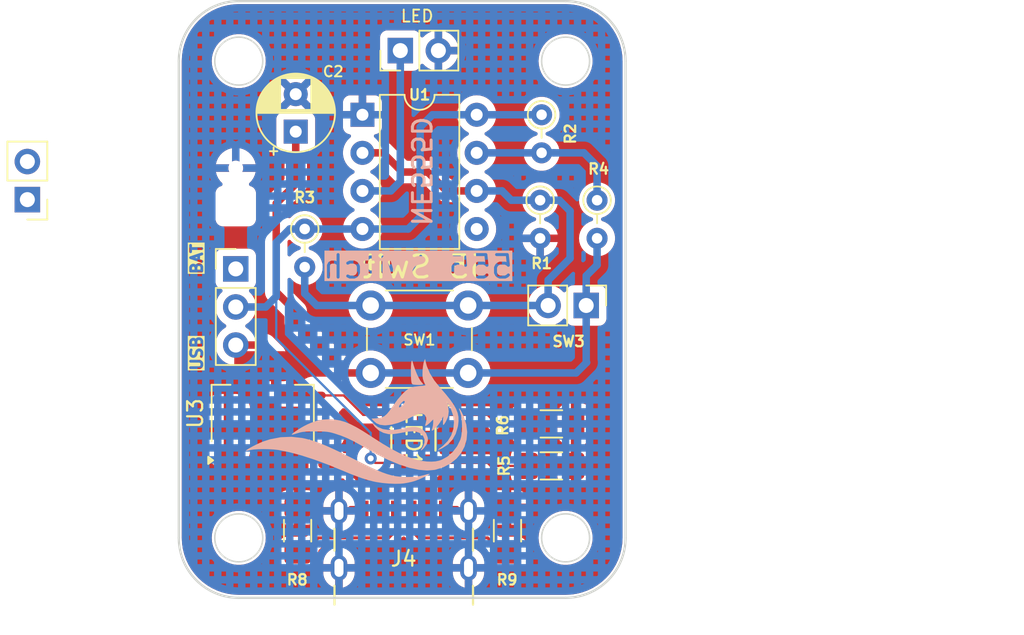
<source format=kicad_pcb>
(kicad_pcb (version 20240108) (generator "pcbnew") (generator_version "8.0")
  (layers (0 "F.Cu" signal) (31 "B.Cu" signal) (34 "B.Paste" user) (35 "F.Paste" user) (36 "B.SilkS" user "B.Silkscreen") (37 "F.SilkS" user "F.Silkscreen") (38 "B.Mask" user) (39 "F.Mask" user) (44 "Edge.Cuts" user))
  (net 0 "")
  (net 1 "Net-(C2-Pad1)")
  (net 2 "GND")
  (net 3 "Net-(U1-THR)")
  (net 4 "/VBAT")
  (net 5 "Net-(U1-DIS)")
  (net 7 "Net-(J4-CC1)")
  (net 8 "/VUSB")
  (net 9 "Net-(J3-Pin_1)")
  (net 10 "Net-(J4-CC2)")
  (net 11 "Net-(LED1-GND-Pad4)")
  (net 12 "/3V3")
  (net 13 "Net-(LED1-GND-Pad1)")
  (net 14 "VCC")
  (footprint "Capacitor_THT:CP_Radial_D5.0mm_P2.50mm" (layer "F.Cu") (at 117.4 95.105113 90)
    (property "Reference" "C2" (at 4.005113 2.5 180) (layer "F.SilkS") (effects (font (size 0.7 0.7) (thickness 0.125))))
    (property "Value" "10uF")
    (fp_line (start 1.29 -2.58) (end 1.29 2.58) (stroke (width 0.12)) (layer "F.SilkS"))
    (fp_line (start 1.25 -2.58) (end 1.25 2.58) (stroke (width 0.12)) (layer "F.SilkS"))
    (fp_line (start 1.33 -2.579) (end 1.33 2.579) (stroke (width 0.12)) (layer "F.SilkS"))
    (fp_line (start 1.37 -2.578) (end 1.37 2.578) (stroke (width 0.12)) (layer "F.SilkS"))
    (fp_line (start 1.41 -2.576) (end 1.41 2.576) (stroke (width 0.12)) (layer "F.SilkS"))
    (fp_line (start 1.45 -2.573) (end 1.45 2.573) (stroke (width 0.12)) (layer "F.SilkS"))
    (fp_line (start 1.49 -2.569) (end 1.49 -1.04) (stroke (width 0.12)) (layer "F.SilkS"))
    (fp_line (start 1.53 -2.565) (end 1.53 -1.04) (stroke (width 0.12)) (layer "F.SilkS"))
    (fp_line (start 1.57 -2.561) (end 1.57 -1.04) (stroke (width 0.12)) (layer "F.SilkS"))
    (fp_line (start 1.61 -2.556) (end 1.61 -1.04) (stroke (width 0.12)) (layer "F.SilkS"))
    (fp_line (start 1.65 -2.55) (end 1.65 -1.04) (stroke (width 0.12)) (layer "F.SilkS"))
    (fp_line (start 1.69 -2.543) (end 1.69 -1.04) (stroke (width 0.12)) (layer "F.SilkS"))
    (fp_line (start 1.73 -2.536) (end 1.73 -1.04) (stroke (width 0.12)) (layer "F.SilkS"))
    (fp_line (start 1.77 -2.528) (end 1.77 -1.04) (stroke (width 0.12)) (layer "F.SilkS"))
    (fp_line (start 1.81 -2.52) (end 1.81 -1.04) (stroke (width 0.12)) (layer "F.SilkS"))
    (fp_line (start 1.85 -2.511) (end 1.85 -1.04) (stroke (width 0.12)) (layer "F.SilkS"))
    (fp_line (start 1.89 -2.501) (end 1.89 -1.04) (stroke (width 0.12)) (layer "F.SilkS"))
    (fp_line (start 1.93 -2.491) (end 1.93 -1.04) (stroke (width 0.12)) (layer "F.SilkS"))
    (fp_line (start 1.971 -2.48) (end 1.971 -1.04) (stroke (width 0.12)) (layer "F.SilkS"))
    (fp_line (start 2.011 -2.468) (end 2.011 -1.04) (stroke (width 0.12)) (layer "F.SilkS"))
    (fp_line (start 2.051 -2.455) (end 2.051 -1.04) (stroke (width 0.12)) (layer "F.SilkS"))
    (fp_line (start 2.091 -2.442) (end 2.091 -1.04) (stroke (width 0.12)) (layer "F.SilkS"))
    (fp_line (start 2.131 -2.428) (end 2.131 -1.04) (stroke (width 0.12)) (layer "F.SilkS"))
    (fp_line (start 2.171 -2.414) (end 2.171 -1.04) (stroke (width 0.12)) (layer "F.SilkS"))
    (fp_line (start 2.211 -2.398) (end 2.211 -1.04) (stroke (width 0.12)) (layer "F.SilkS"))
    (fp_line (start 2.251 -2.382) (end 2.251 -1.04) (stroke (width 0.12)) (layer "F.SilkS"))
    (fp_line (start 2.291 -2.365) (end 2.291 -1.04) (stroke (width 0.12)) (layer "F.SilkS"))
    (fp_line (start 2.331 -2.348) (end 2.331 -1.04) (stroke (width 0.12)) (layer "F.SilkS"))
    (fp_line (start 2.371 -2.329) (end 2.371 -1.04) (stroke (width 0.12)) (layer "F.SilkS"))
    (fp_line (start 2.411 -2.31) (end 2.411 -1.04) (stroke (width 0.12)) (layer "F.SilkS"))
    (fp_line (start 2.451 -2.29) (end 2.451 -1.04) (stroke (width 0.12)) (layer "F.SilkS"))
    (fp_line (start 2.491 -2.268) (end 2.491 -1.04) (stroke (width 0.12)) (layer "F.SilkS"))
    (fp_line (start 2.531 -2.247) (end 2.531 -1.04) (stroke (width 0.12)) (layer "F.SilkS"))
    (fp_line (start 2.571 -2.224) (end 2.571 -1.04) (stroke (width 0.12)) (layer "F.SilkS"))
    (fp_line (start 2.611 -2.2) (end 2.611 -1.04) (stroke (width 0.12)) (layer "F.SilkS"))
    (fp_line (start 2.651 -2.175) (end 2.651 -1.04) (stroke (width 0.12)) (layer "F.SilkS"))
    (fp_line (start 2.691 -2.149) (end 2.691 -1.04) (stroke (width 0.12)) (layer "F.SilkS"))
    (fp_line (start 2.731 -2.122) (end 2.731 -1.04) (stroke (width 0.12)) (layer "F.SilkS"))
    (fp_line (start 2.771 -2.095) (end 2.771 -1.04) (stroke (width 0.12)) (layer "F.SilkS"))
    (fp_line (start 2.811 -2.065) (end 2.811 -1.04) (stroke (width 0.12)) (layer "F.SilkS"))
    (fp_line (start 2.851 -2.035) (end 2.851 -1.04) (stroke (width 0.12)) (layer "F.SilkS"))
    (fp_line (start 2.891 -2.004) (end 2.891 -1.04) (stroke (width 0.12)) (layer "F.SilkS"))
    (fp_line (start 2.931 -1.971) (end 2.931 -1.04) (stroke (width 0.12)) (layer "F.SilkS"))
    (fp_line (start 2.971 -1.937) (end 2.971 -1.04) (stroke (width 0.12)) (layer "F.SilkS"))
    (fp_line (start 3.011 -1.901) (end 3.011 -1.04) (stroke (width 0.12)) (layer "F.SilkS"))
    (fp_line (start 3.051 -1.864) (end 3.051 -1.04) (stroke (width 0.12)) (layer "F.SilkS"))
    (fp_line (start 3.091 -1.826) (end 3.091 -1.04) (stroke (width 0.12)) (layer "F.SilkS"))
    (fp_line (start 3.131 -1.785) (end 3.131 -1.04) (stroke (width 0.12)) (layer "F.SilkS"))
    (fp_line (start 3.171 -1.743) (end 3.171 -1.04) (stroke (width 0.12)) (layer "F.SilkS"))
    (fp_line (start -1.304775 -1.725) (end -1.304775 -1.225) (stroke (width 0.12)) (layer "F.SilkS"))
    (fp_line (start 3.211 -1.699) (end 3.211 -1.04) (stroke (width 0.12)) (layer "F.SilkS"))
    (fp_line (start 3.251 -1.653) (end 3.251 -1.04) (stroke (width 0.12)) (layer "F.SilkS"))
    (fp_line (start 3.291 -1.605) (end 3.291 -1.04) (stroke (width 0.12)) (layer "F.SilkS"))
    (fp_line (start 3.331 -1.554) (end 3.331 -1.04) (stroke (width 0.12)) (layer "F.SilkS"))
    (fp_line (start 3.371 -1.5) (end 3.371 -1.04) (stroke (width 0.12)) (layer "F.SilkS"))
    (fp_line (start -1.554775 -1.475) (end -1.054775 -1.475) (stroke (width 0.12)) (layer "F.SilkS"))
    (fp_line (start 3.411 -1.443) (end 3.411 -1.04) (stroke (width 0.12)) (layer "F.SilkS"))
    (fp_line (start 3.451 -1.383) (end 3.451 -1.04) (stroke (width 0.12)) (layer "F.SilkS"))
    (fp_line (start 3.491 -1.319) (end 3.491 -1.04) (stroke (width 0.12)) (layer "F.SilkS"))
    (fp_line (start 3.531 -1.251) (end 3.531 -1.04) (stroke (width 0.12)) (layer "F.SilkS"))
    (fp_line (start 3.571 -1.178) (end 3.571 1.178) (stroke (width 0.12)) (layer "F.SilkS"))
    (fp_line (start 3.611 -1.098) (end 3.611 1.098) (stroke (width 0.12)) (layer "F.SilkS"))
    (fp_line (start 3.651 -1.011) (end 3.651 1.011) (stroke (width 0.12)) (layer "F.SilkS"))
    (fp_line (start 3.691 -0.915) (end 3.691 0.915) (stroke (width 0.12)) (layer "F.SilkS"))
    (fp_line (start 3.731 -0.805) (end 3.731 0.805) (stroke (width 0.12)) (layer "F.SilkS"))
    (fp_line (start 3.771 -0.677) (end 3.771 0.677) (stroke (width 0.12)) (layer "F.SilkS"))
    (fp_line (start 3.811 -0.518) (end 3.811 0.518) (stroke (width 0.12)) (layer "F.SilkS"))
    (fp_line (start 3.851 -0.284) (end 3.851 0.284) (stroke (width 0.12)) (layer "F.SilkS"))
    (fp_line (start 3.531 1.04) (end 3.531 1.251) (stroke (width 0.12)) (layer "F.SilkS"))
    (fp_line (start 3.491 1.04) (end 3.491 1.319) (stroke (width 0.12)) (layer "F.SilkS"))
    (fp_line (start 3.451 1.04) (end 3.451 1.383) (stroke (width 0.12)) (layer "F.SilkS"))
    (fp_line (start 3.411 1.04) (end 3.411 1.443) (stroke (width 0.12)) (layer "F.SilkS"))
    (fp_line (start 3.371 1.04) (end 3.371 1.5) (stroke (width 0.12)) (layer "F.SilkS"))
    (fp_line (start 3.331 1.04) (end 3.331 1.554) (stroke (width 0.12)) (layer "F.SilkS"))
    (fp_line (start 3.291 1.04) (end 3.291 1.605) (stroke (width 0.12)) (layer "F.SilkS"))
    (fp_line (start 3.251 1.04) (end 3.251 1.653) (stroke (width 0.12)) (layer "F.SilkS"))
    (fp_line (start 3.211 1.04) (end 3.211 1.699) (stroke (width 0.12)) (layer "F.SilkS"))
    (fp_line (start 3.171 1.04) (end 3.171 1.743) (stroke (width 0.12)) (layer "F.SilkS"))
    (fp_line (start 3.131 1.04) (end 3.131 1.785) (stroke (width 0.12)) (layer "F.SilkS"))
    (fp_line (start 3.091 1.04) (end 3.091 1.826) (stroke (width 0.12)) (layer "F.SilkS"))
    (fp_line (start 3.051 1.04) (end 3.051 1.864) (stroke (width 0.12)) (layer "F.SilkS"))
    (fp_line (start 3.011 1.04) (end 3.011 1.901) (stroke (width 0.12)) (layer "F.SilkS"))
    (fp_line (start 2.971 1.04) (end 2.971 1.937) (stroke (width 0.12)) (layer "F.SilkS"))
    (fp_line (start 2.931 1.04) (end 2.931 1.971) (stroke (width 0.12)) (layer "F.SilkS"))
    (fp_line (start 2.891 1.04) (end 2.891 2.004) (stroke (width 0.12)) (layer "F.SilkS"))
    (fp_line (start 2.851 1.04) (end 2.851 2.035) (stroke (width 0.12)) (layer "F.SilkS"))
    (fp_line (start 2.811 1.04) (end 2.811 2.065) (stroke (width 0.12)) (layer "F.SilkS"))
    (fp_line (start 2.771 1.04) (end 2.771 2.095) (stroke (width 0.12)) (layer "F.SilkS"))
    (fp_line (start 2.731 1.04) (end 2.731 2.122) (stroke (width 0.12)) (layer "F.SilkS"))
    (fp_line (start 2.691 1.04) (end 2.691 2.149) (stroke (width 0.12)) (layer "F.SilkS"))
    (fp_line (start 2.651 1.04) (end 2.651 2.175) (stroke (width 0.12)) (layer "F.SilkS"))
    (fp_line (start 2.611 1.04) (end 2.611 2.2) (stroke (width 0.12)) (layer "F.SilkS"))
    (fp_line (start 2.571 1.04) (end 2.571 2.224) (stroke (width 0.12)) (layer "F.SilkS"))
    (fp_line (start 2.531 1.04) (end 2.531 2.247) (stroke (width 0.12)) (layer "F.SilkS"))
    (fp_line (start 2.491 1.04) (end 2.491 2.268) (stroke (width 0.12)) (layer "F.SilkS"))
    (fp_line (start 2.451 1.04) (end 2.451 2.29) (stroke (width 0.12)) (layer "F.SilkS"))
    (fp_line (start 2.411 1.04) (end 2.411 2.31) (stroke (width 0.12)) (layer "F.SilkS"))
    (fp_line (start 2.371 1.04) (end 2.371 2.329) (stroke (width 0.12)) (layer "F.SilkS"))
    (fp_line (start 2.331 1.04) (end 2.331 2.348) (stroke (width 0.12)) (layer "F.SilkS"))
    (fp_line (start 2.291 1.04) (end 2.291 2.365) (stroke (width 0.12)) (layer "F.SilkS"))
    (fp_line (start 2.251 1.04) (end 2.251 2.382) (stroke (width 0.12)) (layer "F.SilkS"))
    (fp_line (start 2.211 1.04) (end 2.211 2.398) (stroke (width 0.12)) (layer "F.SilkS"))
    (fp_line (start 2.171 1.04) (end 2.171 2.414) (stroke (width 0.12)) (layer "F.SilkS"))
    (fp_line (start 2.131 1.04) (end 2.131 2.428) (stroke (width 0.12)) (layer "F.SilkS"))
    (fp_line (start 2.091 1.04) (end 2.091 2.442) (stroke (width 0.12)) (layer "F.SilkS"))
    (fp_line (start 2.051 1.04) (end 2.051 2.455) (stroke (width 0.12)) (layer "F.SilkS"))
    (fp_line (start 2.011 1.04) (end 2.011 2.468) (stroke (width 0.12)) (layer "F.SilkS"))
    (fp_line (start 1.971 1.04) (end 1.971 2.48) (stroke (width 0.12)) (layer "F.SilkS"))
    (fp_line (start 1.93 1.04) (end 1.93 2.491) (stroke (width 0.12)) (layer "F.SilkS"))
    (fp_line (start 1.89 1.04) (end 1.89 2.501) (stroke (width 0.12)) (layer "F.SilkS"))
    (fp_line (start 1.85 1.04) (end 1.85 2.511) (stroke (width 0.12)) (layer "F.SilkS"))
    (fp_line (start 1.81 1.04) (end 1.81 2.52) (stroke (width 0.12)) (layer "F.SilkS"))
    (fp_line (start 1.77 1.04) (end 1.77 2.528) (stroke (width 0.12)) (layer "F.SilkS"))
    (fp_line (start 1.73 1.04) (end 1.73 2.536) (stroke (width 0.12)) (layer "F.SilkS"))
    (fp_line (start 1.69 1.04) (end 1.69 2.543) (stroke (width 0.12)) (layer "F.SilkS"))
    (fp_line (start 1.65 1.04) (end 1.65 2.55) (stroke (width 0.12)) (layer "F.SilkS"))
    (fp_line (start 1.61 1.04) (end 1.61 2.556) (stroke (width 0.12)) (layer "F.SilkS"))
    (fp_line (start 1.57 1.04) (end 1.57 2.561) (stroke (width 0.12)) (layer "F.SilkS"))
    (fp_line (start 1.53 1.04) (end 1.53 2.565) (stroke (width 0.12)) (layer "F.SilkS"))
    (fp_line (start 1.49 1.04) (end 1.49 2.569) (stroke (width 0.12)) (layer "F.SilkS"))
    (fp_circle (center 1.25 0) (end 3.87 0) (stroke (width 0.12)) (fill none) (layer "F.SilkS"))
    (pad "1" thru_hole rect (at 0 0 90) (size 1.6 1.6) (drill 0.8) (layers "*.Cu" "*.Mask") (net 1 "Net-(C2-Pad1)"))
    (pad "2" thru_hole circle (at 2.5 0 90) (size 1.6 1.6) (drill 0.8) (layers "*.Cu" "*.Mask") (net 2 "GND"))
  )
  (footprint "Package_DIP:DIP-8_W7.62mm" (layer "F.Cu") (at 121.85 93.98)
    (property "Reference" "U1" (at 3.81 -1.33 0) (layer "F.SilkS") (effects (font (size 0.7 0.7))))
    (property "Value" "NE555D")
    (fp_line (start 1.16 -1.33) (end 1.16 8.95) (stroke (width 0.12)) (layer "F.SilkS"))
    (fp_line (start 1.16 8.95) (end 6.46 8.95) (stroke (width 0.12)) (layer "F.SilkS"))
    (fp_line (start 2.81 -1.33) (end 1.16 -1.33) (stroke (width 0.12)) (layer "F.SilkS"))
    (fp_line (start 6.46 -1.33) (end 4.81 -1.33) (stroke (width 0.12)) (layer "F.SilkS"))
    (fp_line (start 6.46 8.95) (end 6.46 -1.33) (stroke (width 0.12)) (layer "F.SilkS"))
    (fp_arc (start 4.81 -1.33) (mid 3.81 -0.33) (end 2.81 -1.33) (stroke (width 0.12)) (layer "F.SilkS"))
    (pad "1" thru_hole rect (at 0 0) (size 1.6 1.6) (drill 0.8) (layers "*.Cu" "*.Mask") (net 2 "GND"))
    (pad "2" thru_hole oval (at 0 2.54) (size 1.6 1.6) (drill 0.8) (layers "*.Cu" "*.Mask") (net 3 "Net-(U1-THR)"))
    (pad "3" thru_hole oval (at 0 5.08) (size 1.6 1.6) (drill 0.8) (layers "*.Cu" "*.Mask") (net 9 "Net-(J3-Pin_1)"))
    (pad "4" thru_hole oval (at 0 7.62) (size 1.6 1.6) (drill 0.8) (layers "*.Cu" "*.Mask") (net 14 "VCC"))
    (pad "5" thru_hole oval (at 7.62 7.62) (size 1.6 1.6) (drill 0.8) (layers "*.Cu" "*.Mask"))
    (pad "6" thru_hole oval (at 7.62 5.08) (size 1.6 1.6) (drill 0.8) (layers "*.Cu" "*.Mask") (net 3 "Net-(U1-THR)"))
    (pad "7" thru_hole oval (at 7.62 2.54) (size 1.6 1.6) (drill 0.8) (layers "*.Cu" "*.Mask") (net 5 "Net-(U1-DIS)"))
    (pad "8" thru_hole oval (at 7.62 0) (size 1.6 1.6) (drill 0.8) (layers "*.Cu" "*.Mask") (net 14 "VCC"))
  )
  (footprint "Resistor_THT:R_Axial_DIN0204_L3.6mm_D1.6mm_P2.54mm_Vertical" (layer "F.Cu") (at 137.5 99.68 -90)
    (property "Reference" "R4" (at -2.08 -0.1 0) (layer "F.SilkS") (effects (font (size 0.7 0.7))))
    (property "Value" "10k")
    (fp_line (start 0.92 0) (end 1.54 0) (stroke (width 0.12)) (layer "F.SilkS"))
    (fp_circle (center 0 0) (end 0.92 0) (stroke (width 0.12)) (fill none) (layer "F.SilkS"))
    (pad "1" thru_hole circle (at 0 0 270) (size 1.4 1.4) (drill 0.7) (layers "*.Cu" "*.Mask") (net 5 "Net-(U1-DIS)"))
    (pad "2" thru_hole oval (at 2.54 0 270) (size 1.4 1.4) (drill 0.7) (layers "*.Cu" "*.Mask") (net 1 "Net-(C2-Pad1)"))
  )
  (footprint "Resistor_SMD:R_1206_3216Metric_Pad1.30x1.75mm_HandSolder" (layer "F.Cu") (at 134.45 117.4)
    (property "Reference" "R5" (at -3.15 0 90) (layer "F.SilkS") (effects (font (size 0.7 0.7))))
    (property "Value" "5k1")
    (fp_line (start -0.727064 -0.91) (end 0.727064 -0.91) (stroke (width 0.12)) (layer "F.SilkS"))
    (fp_line (start -0.727064 0.91) (end 0.727064 0.91) (stroke (width 0.12)) (layer "F.SilkS"))
    (pad "1" smd roundrect (at -1.55 0) (size 1.3 1.75) (layers "F.Cu" "F.Paste" "F.Mask") (roundrect_rratio 0.192308) (net 11 "Net-(LED1-GND-Pad4)"))
    (pad "2" smd roundrect (at 1.55 0) (size 1.3 1.75) (layers "F.Cu" "F.Paste" "F.Mask") (roundrect_rratio 0.192308) (net 2 "GND"))
  )
  (footprint "Connector_PinHeader_2.54mm:PinHeader_1x02_P2.54mm_Vertical" (layer "F.Cu") (at 99.5 99.64 180)
    (property "Reference" "J1" (hide yes))
    (property "Value" "3V3")
    (fp_line (start 1.33 1.27) (end 1.33 3.87) (stroke (width 0.12)) (layer "F.SilkS"))
    (fp_line (start -1.33 3.87) (end 1.33 3.87) (stroke (width 0.12)) (layer "F.SilkS"))
    (fp_line (start -1.33 1.27) (end 1.33 1.27) (stroke (width 0.12)) (layer "F.SilkS"))
    (fp_line (start -1.33 1.27) (end -1.33 3.87) (stroke (width 0.12)) (layer "F.SilkS"))
    (fp_line (start -1.33 0) (end -1.33 -1.33) (stroke (width 0.12)) (layer "F.SilkS"))
    (fp_line (start -1.33 -1.33) (end 0 -1.33) (stroke (width 0.12)) (layer "F.SilkS"))
    (pad "1" thru_hole rect (at 0 0 180) (size 1.7 1.7) (drill 1) (layers "*.Cu" "*.Mask") (net 4 "/VBAT"))
    (pad "2" thru_hole oval (at 0 2.54 180) (size 1.7 1.7) (drill 1) (layers "*.Cu" "*.Mask") (net 2 "GND"))
  )
  (footprint "Alexander Footprint Library:USB-C MOLEX 2171750001" (layer "F.Cu") (at 124.605 126.8)
    (property "Reference" "J4" (at -0.005 -3.2 0) (layer "F.SilkS"))
    (property "Value" "USB-C_Receptacle_PowerOnly_6P_MOLEX-2171750001")
    (fp_line (start -4.62 -3.75) (end -4.62 -5.2) (stroke (width 0.15)) (layer "F.SilkS"))
    (fp_line (start -4.62 -0.15) (end -4.62 -1.4) (stroke (width 0.15)) (layer "F.SilkS"))
    (fp_line (start 4.62 -3.75) (end 4.62 -5.2) (stroke (width 0.15)) (layer "F.SilkS"))
    (fp_line (start 4.62 -0.15) (end 4.62 -1.4) (stroke (width 0.15)) (layer "F.SilkS"))
    (pad "A5" smd rect (at -0.5 -6.48) (size 0.7 1.2) (layers "F.Cu" "F.Paste") (net 7 "Net-(J4-CC1)"))
    (pad "A9" smd rect (at 1.52 -6.48) (size 0.76 1.2) (layers "F.Cu" "F.Paste") (net 8 "/VUSB"))
    (pad "A12" smd rect (at 2.75 -6.48) (size 0.8 1.2) (layers "F.Cu" "F.Paste") (net 2 "GND"))
    (pad "B5" smd rect (at 0.5 -6.48) (size 0.7 1.2) (layers "F.Cu" "F.Paste") (net 10 "Net-(J4-CC2)"))
    (pad "B9" smd rect (at -1.52 -6.48) (size 0.76 1.2) (layers "F.Cu" "F.Paste") (net 8 "/VUSB"))
    (pad "B12" smd rect (at -2.75 -6.48) (size 0.8 1.2) (layers "F.Cu" "F.Paste") (net 2 "GND"))
    (pad "S1" thru_hole oval (at -4.32 -2.6) (size 1.1 1.7) (drill oval 0.6 1.2) (layers "*.Cu" "*.Mask") (net 2 "GND"))
    (pad "S2" thru_hole oval (at 4.32 -2.6) (size 1.1 1.7) (drill oval 0.6 1.2) (layers "*.Cu" "*.Mask") (net 2 "GND"))
    (pad "S3" thru_hole oval (at -4.32 -6.4) (size 1.1 1.7) (drill oval 0.6 1.2) (layers "*.Cu" "*.Mask") (net 2 "GND"))
    (pad "S4" thru_hole oval (at 4.32 -6.4) (size 1.1 1.7) (drill oval 0.6 1.2) (layers "*.Cu" "*.Mask") (net 2 "GND"))
  )
  (footprint "Alexander Footprint Library:B1552_HVK-M" (layer "F.Cu") (at 125.249999 115.6002 -90)
    (property "Reference" "LED1" (at 0 0 -90) (layer "F.SilkS"))
    (property "Value" "LED-RED-GREEN-B1552USUG20D")
    (fp_line (start -0.777373 1.4732) (end 0.777373 1.4732) (stroke (width 0.1524)) (layer "F.SilkS"))
    (fp_line (start -0.777373 -1.4732) (end 0.777373 -1.4732) (stroke (width 0.1524)) (layer "F.SilkS"))
    (fp_text user "*" (at -2.2352 -1.8041 -90) (layer "F.SilkS"))
    (fp_text user "*" (at -2.2352 -1.8041 90) (layer "F.SilkS"))
    (pad "1" smd rect (at -1.6002 -0.750001 270) (size 1.1176 1.0414) (layers "F.Cu" "F.Paste" "F.Mask") (net 13 "Net-(LED1-GND-Pad1)"))
    (pad "2" smd rect (at -1.6002 0.750001 270) (size 1.1176 1.0414) (layers "F.Cu" "F.Paste" "F.Mask") (net 12 "/3V3"))
    (pad "3" smd rect (at 1.6002 0.750001 270) (size 1.1176 1.0414) (layers "F.Cu" "F.Paste" "F.Mask") (net 14 "VCC"))
    (pad "4" smd rect (at 1.6002 -0.750001 270) (size 1.1176 1.0414) (layers "F.Cu" "F.Paste" "F.Mask") (net 11 "Net-(LED1-GND-Pad4)"))
  )
  (footprint "Alexander Footprint Library:AMS1117 SOT-223" (layer "F.Cu") (at 115.2 113.9 90)
    (property "Reference" "U3" (at 0 -4.5 90) (layer "F.SilkS"))
    (property "Value" "AMS1117-3V3")
    (fp_line (start 1.91 -3.41) (end 1.91 -2.15) (stroke (width 0.12)) (layer "F.SilkS"))
    (fp_line (start -1.85 -3.41) (end 1.91 -3.41) (stroke (width 0.12)) (layer "F.SilkS"))
    (fp_line (start 1.91 3.41) (end 1.91 2.15) (stroke (width 0.12)) (layer "F.SilkS"))
    (fp_line (start -1.85 3.41) (end 1.91 3.41) (stroke (width 0.12)) (layer "F.SilkS"))
    (fp_poly (pts (xy -3.13 -3.31) (xy -3.37 -3.64) (xy -2.89 -3.64) (xy -3.13 -3.31)) (stroke (width 0.12)) (fill solid) (layer "F.SilkS"))
    (pad "1" smd roundrect (at -3.15 -2.3 90) (size 2 1.5) (layers "F.Cu" "F.Paste" "F.Mask") (net 2 "GND"))
    (pad "2" smd roundrect (at -3.15 0 90) (size 2 1.5) (layers "F.Cu" "F.Paste" "F.Mask") (net 12 "/3V3"))
    (pad "3" smd roundrect (at -3.15 2.3 90) (size 2 1.5) (layers "F.Cu" "F.Paste" "F.Mask") (net 8 "/VUSB"))
    (pad "4" smd roundrect (at 3.15 0 90) (size 2 3.8) (layers "F.Cu" "F.Paste" "F.Mask"))
  )
  (footprint "Resistor_SMD:R_1206_3216Metric_Pad1.30x1.75mm_HandSolder" (layer "F.Cu") (at 117.525 121.72 -90)
    (property "Reference" "R8" (at 3.28 0.025 0) (layer "F.SilkS") (effects (font (size 0.7 0.7))))
    (property "Value" "5K7")
    (fp_line (start -0.727064 0.91) (end 0.727064 0.91) (stroke (width 0.12)) (layer "F.SilkS"))
    (fp_line (start -0.727064 -0.91) (end 0.727064 -0.91) (stroke (width 0.12)) (layer "F.SilkS"))
    (pad "1" smd roundrect (at -1.55 0 270) (size 1.3 1.75) (layers "F.Cu" "F.Paste" "F.Mask") (roundrect_rratio 0.192308) (net 2 "GND"))
    (pad "2" smd roundrect (at 1.55 0 270) (size 1.3 1.75) (layers "F.Cu" "F.Paste" "F.Mask") (roundrect_rratio 0.192308) (net 7 "Net-(J4-CC1)"))
  )
  (footprint "Connector_PinHeader_2.54mm:PinHeader_1x03_P2.54mm_Vertical" (layer "F.Cu") (at 113.4 104.26)
    (property "Reference" "SW2" (hide yes))
    (property "Value" "SW_SPDT")
    (fp_line (start -1.33 -1.33) (end 0 -1.33) (stroke (width 0.12)) (layer "F.SilkS"))
    (fp_line (start -1.33 0) (end -1.33 -1.33) (stroke (width 0.12)) (layer "F.SilkS"))
    (fp_line (start -1.33 1.27) (end -1.33 6.41) (stroke (width 0.12)) (layer "F.SilkS"))
    (fp_line (start -1.33 1.27) (end 1.33 1.27) (stroke (width 0.12)) (layer "F.SilkS"))
    (fp_line (start -1.33 6.41) (end 1.33 6.41) (stroke (width 0.12)) (layer "F.SilkS"))
    (fp_line (start 1.33 1.27) (end 1.33 6.41) (stroke (width 0.12)) (layer "F.SilkS"))
    (pad "1" thru_hole rect (at 0 0) (size 1.7 1.7) (drill 1) (layers "*.Cu" "*.Mask") (net 4 "/VBAT"))
    (pad "2" thru_hole oval (at 0 2.54) (size 1.7 1.7) (drill 1) (layers "*.Cu" "*.Mask") (net 14 "VCC"))
    (pad "3" thru_hole oval (at 0 5.08) (size 1.7 1.7) (drill 1) (layers "*.Cu" "*.Mask") (net 12 "/3V3"))
  )
  (footprint "Resistor_SMD:R_1206_3216Metric_Pad1.30x1.75mm_HandSolder" (layer "F.Cu") (at 134.45 114.6)
    (property "Reference" "R6" (at -3.25 0.1 90) (layer "F.SilkS") (effects (font (size 0.7 0.7))))
    (property "Value" "5k1")
    (fp_line (start -0.727064 -0.91) (end 0.727064 -0.91) (stroke (width 0.12)) (layer "F.SilkS"))
    (fp_line (start -0.727064 0.91) (end 0.727064 0.91) (stroke (width 0.12)) (layer "F.SilkS"))
    (pad "1" smd roundrect (at -1.55 0) (size 1.3 1.75) (layers "F.Cu" "F.Paste" "F.Mask") (roundrect_rratio 0.192308) (net 13 "Net-(LED1-GND-Pad1)"))
    (pad "2" smd roundrect (at 1.55 0) (size 1.3 1.75) (layers "F.Cu" "F.Paste" "F.Mask") (roundrect_rratio 0.192308) (net 2 "GND"))
  )
  (footprint "Resistor_SMD:R_1206_3216Metric_Pad1.30x1.75mm_HandSolder" (layer "F.Cu") (at 131.525 121.72 -90)
    (property "Reference" "R9" (at 3.28 0.025 0) (layer "F.SilkS") (effects (font (size 0.7 0.7))))
    (property "Value" "5K7")
    (fp_line (start -0.727064 0.91) (end 0.727064 0.91) (stroke (width 0.12)) (layer "F.SilkS"))
    (fp_line (start -0.727064 -0.91) (end 0.727064 -0.91) (stroke (width 0.12)) (layer "F.SilkS"))
    (pad "1" smd roundrect (at -1.55 0 270) (size 1.3 1.75) (layers "F.Cu" "F.Paste" "F.Mask") (roundrect_rratio 0.192308) (net 2 "GND"))
    (pad "2" smd roundrect (at 1.55 0 270) (size 1.3 1.75) (layers "F.Cu" "F.Paste" "F.Mask") (roundrect_rratio 0.192308) (net 10 "Net-(J4-CC2)"))
  )
  (footprint "Resistor_THT:R_Axial_DIN0204_L3.6mm_D1.6mm_P2.54mm_Vertical" (layer "F.Cu") (at 133.7 99.68 -90)
    (property "Reference" "R1" (at 4.22 -0.1 0) (layer "F.SilkS") (effects (font (size 0.7 0.7))))
    (property "Value" "10k")
    (fp_line (start 0.92 0) (end 1.54 0) (stroke (width 0.12)) (layer "F.SilkS"))
    (fp_circle (center 0 0) (end 0.92 0) (stroke (width 0.12)) (fill none) (layer "F.SilkS"))
    (pad "1" thru_hole circle (at 0 0 270) (size 1.4 1.4) (drill 0.7) (layers "*.Cu" "*.Mask") (net 3 "Net-(U1-THR)"))
    (pad "2" thru_hole oval (at 2.54 0 270) (size 1.4 1.4) (drill 0.7) (layers "*.Cu" "*.Mask") (net 2 "GND"))
  )
  (footprint "Resistor_THT:R_Axial_DIN0204_L3.6mm_D1.6mm_P2.54mm_Vertical" (layer "F.Cu") (at 133.8 93.98 -90)
    (property "Reference" "R2" (at 1.27 -1.92 90) (layer "F.SilkS") (effects (font (size 0.7 0.7))))
    (property "Value" "10k")
    (fp_line (start 0.92 0) (end 1.54 0) (stroke (width 0.12)) (layer "F.SilkS"))
    (fp_circle (center 0 0) (end 0.92 0) (stroke (width 0.12)) (fill none) (layer "F.SilkS"))
    (pad "1" thru_hole circle (at 0 0 270) (size 1.4 1.4) (drill 0.7) (layers "*.Cu" "*.Mask") (net 14 "VCC"))
    (pad "2" thru_hole oval (at 2.54 0 270) (size 1.4 1.4) (drill 0.7) (layers "*.Cu" "*.Mask") (net 5 "Net-(U1-DIS)"))
  )
  (footprint "Connector_PinHeader_2.54mm:PinHeader_1x02_P2.54mm_Vertical" (layer "F.Cu") (at 124.375 89.7 90)
    (property "Reference" "J3" (hide yes))
    (property "Value" "OUT")
    (fp_line (start -1.33 -1.33) (end 0 -1.33) (stroke (width 0.12)) (layer "F.SilkS"))
    (fp_line (start -1.33 0) (end -1.33 -1.33) (stroke (width 0.12)) (layer "F.SilkS"))
    (fp_line (start 1.33 1.27) (end 1.33 3.87) (stroke (width 0.12)) (layer "F.SilkS"))
    (fp_line (start -1.33 1.27) (end 1.33 1.27) (stroke (width 0.12)) (layer "F.SilkS"))
    (fp_line (start -1.33 1.27) (end -1.33 3.87) (stroke (width 0.12)) (layer "F.SilkS"))
    (fp_line (start -1.33 3.87) (end 1.33 3.87) (stroke (width 0.12)) (layer "F.SilkS"))
    (pad "1" thru_hole rect (at 0 0 90) (size 1.7 1.7) (drill 1) (layers "*.Cu" "*.Mask") (net 9 "Net-(J3-Pin_1)"))
    (pad "2" thru_hole oval (at 0 2.54 90) (size 1.7 1.7) (drill 1) (layers "*.Cu" "*.Mask") (net 2 "GND"))
  )
  (footprint "Connector_PinHeader_2.54mm:PinHeader_1x02_P2.54mm_Vertical" (layer "F.Cu") (at 136.775 106.7 -90)
    (property "Reference" "SW3" (at 2.4 1.175 0) (layer "F.SilkS") (effects (font (size 0.7 0.7))))
    (property "Value" "SW_Reed")
    (fp_line (start -1.33 3.87) (end 1.33 3.87) (stroke (width 0.12)) (layer "F.SilkS"))
    (fp_line (start -1.33 1.27) (end -1.33 3.87) (stroke (width 0.12)) (layer "F.SilkS"))
    (fp_line (start -1.33 1.27) (end 1.33 1.27) (stroke (width 0.12)) (layer "F.SilkS"))
    (fp_line (start 1.33 1.27) (end 1.33 3.87) (stroke (width 0.12)) (layer "F.SilkS"))
    (fp_line (start -1.33 0) (end -1.33 -1.33) (stroke (width 0.12)) (layer "F.SilkS"))
    (fp_line (start -1.33 -1.33) (end 0 -1.33) (stroke (width 0.12)) (layer "F.SilkS"))
    (pad "1" thru_hole rect (at 0 0 270) (size 1.7 1.7) (drill 1) (layers "*.Cu" "*.Mask") (net 1 "Net-(C2-Pad1)"))
    (pad "2" thru_hole oval (at 0 2.54 270) (size 1.7 1.7) (drill 1) (layers "*.Cu" "*.Mask") (net 3 "Net-(U1-THR)"))
  )
  (footprint "Resistor_THT:R_Axial_DIN0204_L3.6mm_D1.6mm_P2.54mm_Vertical" (layer "F.Cu") (at 118 101.6 -90)
    (property "Reference" "R3" (at -2.1 0 0) (layer "F.SilkS") (effects (font (size 0.7 0.7))))
    (property "Value" "10k")
    (fp_line (start 0.92 0) (end 1.54 0) (stroke (width 0.12)) (layer "F.SilkS"))
    (fp_circle (center 0 0) (end 0.92 0) (stroke (width 0.12)) (fill none) (layer "F.SilkS"))
    (pad "1" thru_hole circle (at 0 0 270) (size 1.4 1.4) (drill 0.7) (layers "*.Cu" "*.Mask") (net 14 "VCC"))
    (pad "2" thru_hole oval (at 2.54 0 270) (size 1.4 1.4) (drill 0.7) (layers "*.Cu" "*.Mask") (net 3 "Net-(U1-THR)"))
  )
  (footprint "Button_Switch_THT:SW_PUSH_6mm" (layer "F.Cu") (at 122.4 106.7)
    (property "Reference" "SW1" (at 3.25 2.3 0) (layer "F.SilkS") (effects (font (size 0.7 0.7) (thickness 0.125))))
    (property "Value" "SW_Push")
    (fp_line (start -0.25 1.5) (end -0.25 3) (stroke (width 0.12)) (layer "F.SilkS"))
    (fp_line (start 1 5.5) (end 5.5 5.5) (stroke (width 0.12)) (layer "F.SilkS"))
    (fp_line (start 5.5 -1) (end 1 -1) (stroke (width 0.12)) (layer "F.SilkS"))
    (fp_line (start 6.75 3) (end 6.75 1.5) (stroke (width 0.12)) (layer "F.SilkS"))
    (pad "1" thru_hole circle (at 0 0 90) (size 2 2) (drill 1.1) (layers "*.Cu" "*.Mask") (net 3 "Net-(U1-THR)"))
    (pad "1" thru_hole circle (at 6.5 0 90) (size 2 2) (drill 1.1) (layers "*.Cu" "*.Mask") (net 3 "Net-(U1-THR)"))
    (pad "2" thru_hole circle (at 0 4.5 90) (size 2 2) (drill 1.1) (layers "*.Cu" "*.Mask") (net 1 "Net-(C2-Pad1)"))
    (pad "2" thru_hole circle (at 6.5 4.5 90) (size 2 2) (drill 1.1) (layers "*.Cu" "*.Mask") (net 1 "Net-(C2-Pad1)"))
  )
  (footprint "LOGO" (layer "B.Cu") (at 121.4 114.4 180)
    (property "Reference" "G***" (hide yes))
    (property "Value" "LOGO" (hide yes))
    (fp_poly (pts (xy -5.335668 -1.973085) (xy -5.363457 -2.000875) (xy -5.391247 -1.973085) (xy -5.363457 -1.945295)) (fill solid) (layer "B.SilkS"))
    (fp_poly (pts (xy -3.72712 3.989192) (xy -3.720697 3.973961) (xy -3.701102 3.866879) (xy -3.687804 3.678866) (xy -3.680882 3.439975) (xy -3.680421 3.180261) (xy -3.686502 2.929778) (xy -3.699208 2.718581) (xy -3.716893 2.584464) (xy -3.741095 2.495828) (xy -3.784399 2.444513) (xy -3.873902 2.418422) (xy -4.036701 2.405456) (xy -4.127166 2.40129) (xy -4.314775 2.400001) (xy -4.449213 2.412314) (xy -4.501944 2.435572) (xy -4.501969 2.436169) (xy -4.463752 2.510156) (xy -4.414064 2.560438) (xy -4.317104 2.679269) (xy -4.202066 2.879038) (xy -4.080896 3.133656) (xy -3.965538 3.417032) (xy -3.867936 3.703076) (xy -3.83055 3.835011) (xy -3.788365 3.978468) (xy -3.75726 4.025597)) (fill solid) (layer "B.SilkS"))
    (fp_poly (pts (xy -1.16813 -0.243105) (xy -1.254216 -0.368794) (xy -1.28983 -0.413219) (xy -1.537879 -0.635483) (xy -1.849965 -0.79747) (xy -2.187325 -0.881187) (xy -2.314341 -0.888735) (xy -2.497037 -0.877155) (xy -2.746282 -0.845689) (xy -3.020446 -0.800025) (xy -3.14804 -0.774864) (xy -3.516275 -0.710602) (xy -3.805925 -0.692046) (xy -4.04028 -0.720434) (xy -4.242632 -0.797) (xy -4.312229 -0.836658) (xy -4.497239 -1.008267) (xy -4.588805 -1.225532) (xy -4.584459 -1.470239) (xy -4.481739 -1.724177) (xy -4.44078 -1.786433) (xy -4.359302 -1.917364) (xy -4.351943 -1.969709) (xy -4.412174 -1.941384) (xy -4.533468 -1.830304) (xy -4.544045 -1.819408) (xy -4.734665 -1.563229) (xy -4.815304 -1.302684) (xy -4.806573 -1.114052) (xy -4.700145 -0.833593) (xy -4.503297 -0.610752) (xy -4.312939 -0.494963) (xy -4.14564 -0.432054) (xy -3.973801 -0.400998) (xy -3.772034 -0.401933) (xy -3.514951 -0.434994) (xy -3.177163 -0.500319) (xy -3.173511 -0.501089) (xy -2.63863 -0.587136) (xy -2.183217 -0.60137) (xy -1.801259 -0.543037) (xy -1.486742 -0.411382) (xy -1.292451 -0.264967) (xy -1.187436 -0.180532) (xy -1.145933 -0.176798)) (fill solid) (layer "B.SilkS"))
    (fp_poly (pts (xy 5.006815 -1.088445) (xy 5.716318 -1.225058) (xy 6.200827 -1.383806) (xy 6.403664 -1.468934) (xy 6.626548 -1.573239) (xy 6.848558 -1.685444) (xy 7.048775 -1.794268) (xy 7.20628 -1.888432) (xy 7.300154 -1.956656) (xy 7.315527 -1.984838) (xy 7.254956 -1.98449) (xy 7.122033 -1.961789) (xy 7.024333 -1.940189) (xy 6.806471 -1.906915) (xy 6.509925 -1.886858) (xy 6.16638 -1.879979) (xy 5.807519 -1.886237) (xy 5.465025 -1.905592) (xy 5.170583 -1.938004) (xy 5.141138 -1.942582) (xy 4.426362 -2.086382) (xy 3.63366 -2.298797) (xy 2.770609 -2.57741) (xy 1.844784 -2.919804) (xy 1.010836 -3.260583) (xy 0.441355 -3.497514) (xy -0.046623 -3.688235) (xy -0.469864 -3.838501) (xy -0.845133 -3.954062) (xy -1.189195 -4.040673) (xy -1.371928 -4.078191) (xy -1.768371 -4.138227) (xy -2.195636 -4.177783) (xy -2.616347 -4.195041) (xy -2.993123 -4.188182) (xy -3.212913 -4.167752) (xy -3.467108 -4.123955) (xy -3.736305 -4.064944) (xy -3.876552 -4.027934) (xy -4.038283 -3.972815) (xy -4.23561 -3.893936) (xy -4.4451 -3.802307) (xy -4.643316 -3.708932) (xy -4.806823 -3.624819) (xy -4.912187 -3.560974) (xy -4.93761 -3.529586) (xy -4.878362 -3.533932) (xy -4.740991 -3.564298) (xy -4.553715 -3.61434) (xy -4.52896 -3.621444) (xy -4.263761 -3.683348) (xy -3.968882 -3.720103) (xy -3.608736 -3.735703) (xy -3.501532 -3.73678) (xy -3.19922 -3.733182) (xy -2.919835 -3.716451) (xy -2.650591 -3.682285) (xy -2.378702 -3.626385) (xy -2.091382 -3.544451) (xy -1.775843 -3.432183) (xy -1.419301 -3.28528) (xy -1.008967 -3.099444) (xy -0.532057 -2.870373) (xy 0.024217 -2.593769) (xy 0.277899 -2.465774) (xy 0.908788 -2.151193) (xy 1.457458 -1.888515) (xy 1.937016 -1.672463) (xy 2.360572 -1.497764) (xy 2.741233 -1.359144) (xy 3.092107 -1.251328) (xy 3.426303 -1.169041) (xy 3.575896 -1.138716) (xy 4.289098 -1.059268)) (fill solid) (layer "B.SilkS"))
    (fp_poly (pts (xy -6.905998 0.758162) (xy -6.962759 0.600951) (xy -7.033118 0.344256) (xy -7.076378 0.016472) (xy -7.092183 -0.34585) (xy -7.080174 -0.706159) (xy -7.039992 -1.027906) (xy -6.980883 -1.250547) (xy -6.763375 -1.690507) (xy -6.474123 -2.069435) (xy -6.127243 -2.373404) (xy -5.73685 -2.588488) (xy -5.563615 -2.648878) (xy -5.327801 -2.699081) (xy -5.056923 -2.71721) (xy -4.755393 -2.708697) (xy -4.35446 -2.660239) (xy -3.927847 -2.556931) (xy -3.466953 -2.394884) (xy -2.963179 -2.17021) (xy -2.407923 -1.879024) (xy -1.792584 -1.517437) (xy -1.108562 -1.081562) (xy -1.0071 -1.01457) (xy -0.492206 -0.683257) (xy -0.044687 -0.419341) (xy 0.351284 -0.216499) (xy 0.71153 -0.068411) (xy 1.051879 0.031245) (xy 1.388155 0.088791) (xy 1.736184 0.110546) (xy 1.811196 0.11116) (xy 2.209545 0.08793) (xy 2.587906 0.011875) (xy 2.985773 -0.126555) (xy 3.220465 -0.229596) (xy 3.426096 -0.333288) (xy 3.645126 -0.457079) (xy 3.857915 -0.588021) (xy 4.044822 -0.71317) (xy 4.186205 -0.819577) (xy 4.262422 -0.894296) (xy 4.267621 -0.919833) (xy 4.208774 -0.913924) (xy 4.073957 -0.878799) (xy 3.892101 -0.822016) (xy 3.888205 -0.820718) (xy 3.725225 -0.77192) (xy 3.56218 -0.738179) (xy 3.373334 -0.71692) (xy 3.132947 -0.705567) (xy 2.815283 -0.701544) (xy 2.695624 -0.701384) (xy 2.35618 -0.703448) (xy 2.098843 -0.711561) (xy 1.894597 -0.729039) (xy 1.714421 -0.7592) (xy 1.529299 -0.805361) (xy 1.367243 -0.853246) (xy 0.950955 -0.993823) (xy 0.547075 -1.159732) (xy 0.126735 -1.364384) (xy -0.338935 -1.621188) (xy -0.542279 -1.74028) (xy -1.387822 -2.215648) (xy -2.179537 -2.606384) (xy -2.915301 -2.911815) (xy -3.59299 -3.131273) (xy -4.210479 -3.264085) (xy -4.765643 -3.30958) (xy -5.256358 -3.267087) (xy -5.328395 -3.252158) (xy -5.86764 -3.080586) (xy -6.335668 -2.830855) (xy -6.727607 -2.512655) (xy -7.038587 -2.135675) (xy -7.263735 -1.709605) (xy -7.39818 -1.244134) (xy -7.437052 -0.748952) (xy -7.375479 -0.233748) (xy -7.20859 0.291789) (xy -7.162597 0.396304) (xy -7.060917 0.603512) (xy -6.977088 0.750807) (xy -6.918438 0.830684) (xy -6.892299 0.835638)) (fill solid) (layer "B.SilkS"))
    (fp_poly (pts (xy -4.556503 3.973961) (xy -4.520533 3.840385) (xy -4.487756 3.634631) (xy -4.464038 3.395647) (xy -4.460134 3.333896) (xy -4.454225 3.038515) (xy -4.480237 2.807976) (xy -4.54713 2.598354) (xy -4.654092 2.383309) (xy -4.612375 2.364187) (xy -4.484682 2.344093) (xy -4.2961 2.32668) (xy -4.240174 2.323042) (xy -3.873323 2.277556) (xy -3.602294 2.191422) (xy -3.584521 2.182588) (xy -3.348899 2.020904) (xy -3.082371 1.766082) (xy -2.794532 1.428501) (xy -2.49498 1.018542) (xy -2.458084 0.964056) (xy -2.251081 0.669692) (xy -2.075655 0.459558) (xy -1.912351 0.319129) (xy -1.741716 0.23388) (xy -1.544295 0.189288) (xy -1.402354 0.175843) (xy -1.049214 0.153357) (xy -1.17767 0.015818) (xy -1.384103 -0.158726) (xy -1.620776 -0.258269) (xy -1.91889 -0.294599) (xy -2.000875 -0.295241) (xy -2.386755 -0.252234) (xy -2.829533 -0.133031) (xy -3.31108 0.056544) (xy -3.709428 0.253548) (xy -4.010174 0.401117) (xy -4.241961 0.478647) (xy -4.420301 0.48836) (xy -4.560706 0.432478) (xy -4.618459 0.38373) (xy -4.698395 0.231726) (xy -4.711815 0.024236) (xy -4.657293 -0.20412) (xy -4.643968 -0.236214) (xy -4.627839 -0.319252) (xy -4.677618 -0.328735) (xy -4.78048 -0.269581) (xy -4.9236 -0.146704) (xy -4.953147 -0.117698) (xy -5.168928 0.098082) (xy -5.168928 -0.11408) (xy -5.153411 -0.299881) (xy -5.115666 -0.465845) (xy -5.111793 -0.476519) (xy -5.078233 -0.591861) (xy -5.07906 -0.651197) (xy -5.13753 -0.639037) (xy -5.240535 -0.557561) (xy -5.368361 -0.428161) (xy -5.501289 -0.27223) (xy -5.619604 -0.11116) (xy -5.6963 0.018497) (xy -5.838743 0.305689) (xy -5.82342 0.013861) (xy -5.819631 -0.148953) (xy -5.826307 -0.2547) (xy -5.835886 -0.277554) (xy -5.89623 -0.229792) (xy -5.977644 -0.108472) (xy -6.063382 0.055435) (xy -6.136699 0.230957) (xy -6.171345 0.342865) (xy -6.207717 0.632127) (xy -6.178753 0.870168) (xy -6.149992 1.029127) (xy -6.140164 1.13666) (xy -6.144537 1.160875) (xy -6.177076 1.12602) (xy -6.241939 1.0129) (xy -6.326013 0.844699) (xy -6.339244 0.816636) (xy -6.49792 0.360813) (xy -6.554463 -0.096231) (xy -6.512178 -0.540542) (xy -6.374371 -0.958169) (xy -6.144345 -1.335159) (xy -5.825407 -1.657561) (xy -5.737359 -1.724292) (xy -5.56755 -1.851199) (xy -5.4929 -1.920809) (xy -5.513486 -1.933402) (xy -5.629383 -1.889262) (xy -5.764656 -1.826023) (xy -6.144627 -1.582948) (xy -6.447032 -1.261132) (xy -6.670071 -0.86317) (xy -6.811949 -0.391655) (xy -6.830695 -0.28709) (xy -6.861483 -0.001007) (xy -6.853395 0.266591) (xy -6.800141 0.528729) (xy -6.695433 0.798433) (xy -6.53298 1.088728) (xy -6.419832 1.250547) (xy -6.113786 1.250547) (xy -6.085996 1.222757) (xy -6.058206 1.250547) (xy -6.085996 1.278337) (xy -6.113786 1.250547) (xy -6.419832 1.250547) (xy -6.384164 1.301558) (xy -3.276553 1.301558) (xy -3.249487 1.2128) (xy -3.144391 1.080121) (xy -3.116748 1.051742) (xy -2.989426 0.933278) (xy -2.919109 0.895195) (xy -2.891998 0.932181) (xy -2.890153 0.964532) (xy -2.927111 1.055442) (xy -3.015279 1.172388) (xy -3.120597 1.277341) (xy -3.209007 1.332273) (xy -3.220979 1.333917) (xy -3.276553 1.301558) (xy -6.384164 1.301558) (xy -6.306493 1.41264) (xy -6.009684 1.783195) (xy -5.636262 2.213417) (xy -5.608104 2.244971) (xy -5.233172 2.714919) (xy -4.945024 3.185268) (xy -4.751728 3.642009) (xy -4.703359 3.815277) (xy -4.626773 4.1407)) (fill solid) (layer "B.SilkS"))
  )
  (gr_line (start 113.6 86.4) (end 135.4 86.4) (stroke (width 0.15)) (layer "Edge.Cuts"))
  (gr_line (start 135.4 126.2) (end 113.6 126.2) (stroke (width 0.15)) (layer "Edge.Cuts"))
  (gr_arc (start 135.4 86.4) (mid 138.228427 87.571573) (end 139.4 90.4) (stroke (width 0.15)) (layer "Edge.Cuts"))
  (gr_arc (start 113.6 126.2) (mid 110.771573 125.028427) (end 109.6 122.2) (stroke (width 0.15)) (layer "Edge.Cuts"))
  (gr_circle (center 113.6 122.2) (end 113.6 120.6) (stroke (width 0.1)) (fill none) (layer "Edge.Cuts"))
  (gr_line (start 139.4 90.4) (end 139.4 122.2) (stroke (width 0.15)) (layer "Edge.Cuts"))
  (gr_line (start 109.6 122.2) (end 109.6 90.4) (stroke (width 0.15)) (layer "Edge.Cuts"))
  (gr_circle (center 113.6 90.4) (end 113.6 88.8) (stroke (width 0.1)) (fill none) (layer "Edge.Cuts"))
  (gr_arc (start 139.4 122.2) (mid 138.228427 125.028427) (end 135.4 126.2) (stroke (width 0.15)) (layer "Edge.Cuts"))
  (gr_circle (center 135.4 90.4) (end 135.4 88.8) (stroke (width 0.1)) (fill none) (layer "Edge.Cuts"))
  (gr_circle (center 135.4 122.2) (end 135.4 120.6) (stroke (width 0.1)) (fill none) (layer "Edge.Cuts"))
  (gr_arc (start 109.6 90.4) (mid 110.771573 87.571573) (end 113.6 86.4) (stroke (width 0.15)) (layer "Edge.Cuts"))
  (gr_text "NE555D" (at 125.75 97.75 270) (layer "B.SilkS") (effects (font (size 1.25 1.25) (thickness 0.2) (bold yes)) (justify mirror)))
  (gr_text "555 Switch" (at 132 105 0) (layer "B.SilkS" knockout) (effects (font (size 1.5 1.5) (thickness 0.2) (bold yes)) (justify left bottom mirror)))
  (gr_text "BAT" (at 110.8 103.6 90) (layer "F.SilkS" knockout) (effects (font (size 0.75 0.75) (thickness 0.1875) (bold yes))))
  (gr_text "USB" (at 110.8 109.9 90) (layer "F.SilkS" knockout) (effects (font (size 0.75 0.75) (thickness 0.1875) (bold yes))))
  (gr_text "ON / OFF" (at 121.8 104.6 0) (layer "F.SilkS" knockout) (effects (font (size 1 1) (thickness 0.2) (bold yes)) (justify left bottom)))
  (gr_text "LED" (at 125.5 87.4 0) (layer "F.SilkS") (effects (font (size 0.8 0.8) (thickness 0.125) (bold yes))))
  (segment (start 120.8 111.2) (end 122.4 111.2) (width 0.5) (layer "F.Cu") (net 1))
  (segment (start 116.1 105.8) (end 117.4 107.1) (width 0.5) (layer "F.Cu") (net 1))
  (segment (start 116.1 99.9) (end 116.1 105.8) (width 0.5) (layer "F.Cu") (net 1))
  (segment (start 117.4 95.105113) (end 117.4 98.6) (width 0.5) (layer "F.Cu") (net 1))
  (segment (start 117.4 107.8) (end 120.8 111.2) (width 0.5) (layer "F.Cu") (net 1))
  (segment (start 117.4 98.6) (end 116.1 99.9) (width 0.5) (layer "F.Cu") (net 1))
  (segment (start 117.4 107.1) (end 117.4 107.8) (width 0.5) (layer "F.Cu") (net 1))
  (segment (start 136.775 110.475) (end 136.775 106.7) (width 0.5) (layer "B.Cu") (net 1))
  (segment (start 128.9 111.2) (end 136.1 111.2) (width 0.5) (layer "B.Cu") (net 1))
  (segment (start 136.8 110.5) (end 136.775 110.475) (width 0.5) (layer "B.Cu") (net 1))
  (segment (start 122.4 111.2) (end 128.9 111.2) (width 0.5) (layer "B.Cu") (net 1))
  (segment (start 136.775 106.7) (end 136.775 104.725) (width 0.5) (layer "B.Cu") (net 1))
  (segment (start 136.1 111.2) (end 136.8 110.5) (width 0.5) (layer "B.Cu") (net 1))
  (segment (start 136.775 104.725) (end 137.5 104) (width 0.5) (layer "B.Cu") (net 1))
  (segment (start 137.5 104) (end 137.5 102.22) (width 0.5) (layer "B.Cu") (net 1))
  (segment (start 121.85 96.52) (end 123.22 96.52) (width 0.5) (layer "F.Cu") (net 3))
  (segment (start 126.2 97.8) (end 127.46 99.06) (width 0.5) (layer "F.Cu") (net 3))
  (segment (start 127.46 99.06) (end 129.47 99.06) (width 0.5) (layer "F.Cu") (net 3))
  (segment (start 124.5 97.8) (end 126.2 97.8) (width 0.5) (layer "F.Cu") (net 3))
  (segment (start 123.22 96.52) (end 124.5 97.8) (width 0.5) (layer "F.Cu") (net 3))
  (segment (start 118 105.9) (end 118 104.14) (width 0.5) (layer "B.Cu") (net 3))
  (segment (start 133.7 99.68) (end 134.98 99.68) (width 0.5) (layer "B.Cu") (net 3))
  (segment (start 134.98 99.68) (end 135.7 100.4) (width 0.5) (layer "B.Cu") (net 3))
  (segment (start 125.1 106.7) (end 122.4 106.7) (width 0.5) (layer "B.Cu") (net 3))
  (segment (start 131.16 99.06) (end 131.78 99.68) (width 0.5) (layer "B.Cu") (net 3))
  (segment (start 135.7 103.55) (end 134.235 105.015) (width 0.5) (layer "B.Cu") (net 3))
  (segment (start 129.47 99.06) (end 131.16 99.06) (width 0.5) (layer "B.Cu") (net 3))
  (segment (start 134.235 105.015) (end 134.235 106.7) (width 0.5) (layer "B.Cu") (net 3))
  (segment (start 134.235 106.7) (end 128.9 106.7) (width 0.5) (layer "B.Cu") (net 3))
  (segment (start 135.7 100.4) (end 135.7 103.55) (width 0.5) (layer "B.Cu") (net 3))
  (segment (start 122.4 106.7) (end 118.8 106.7) (width 0.5) (layer "B.Cu") (net 3))
  (segment (start 128.9 106.7) (end 125.1 106.7) (width 0.5) (layer "B.Cu") (net 3))
  (segment (start 118.8 106.7) (end 118 105.9) (width 0.5) (layer "B.Cu") (net 3))
  (segment (start 131.78 99.68) (end 133.7 99.68) (width 0.5) (layer "B.Cu") (net 3))
  (segment (start 136.62 96.52) (end 137.5 97.4) (width 0.5) (layer "B.Cu") (net 5))
  (segment (start 134.62 96.52) (end 136.62 96.52) (width 0.5) (layer "B.Cu") (net 5))
  (segment (start 137.5 97.4) (end 137.5 99.68) (width 0.5) (layer "B.Cu") (net 5))
  (segment (start 129.47 96.52) (end 134.62 96.52) (width 0.5) (layer "B.Cu") (net 5))
  (segment (start 124.105 121.695) (end 124.105 120.32) (width 0.2) (layer "F.Cu") (net 7))
  (segment (start 123.6 122.2) (end 124.105 121.695) (width 0.2) (layer "F.Cu") (net 7))
  (segment (start 117.525 123.27) (end 117.83 123.27) (width 0.2) (layer "F.Cu") (net 7))
  (segment (start 118.9 122.2) (end 123.6 122.2) (width 0.2) (layer "F.Cu") (net 7))
  (segment (start 117.83 123.27) (end 118.9 122.2) (width 0.2) (layer "F.Cu") (net 7))
  (segment (start 126.125 120.32) (end 126.125 118.925) (width 0.5) (layer "F.Cu") (net 8))
  (segment (start 120.7 117.3) (end 121.9 118.5) (width 0.5) (layer "F.Cu") (net 8))
  (segment (start 123.1 119.3) (end 123.085 119.315) (width 0.5) (layer "F.Cu") (net 8))
  (segment (start 126.125 118.925) (end 125.7 118.5) (width 0.5) (layer "F.Cu") (net 8))
  (segment (start 123.085 119.315) (end 123.085 120.32) (width 0.5) (layer "F.Cu") (net 8))
  (segment (start 123.1 118.9) (end 123.1 119.3) (width 0.5) (layer "F.Cu") (net 8))
  (segment (start 125.7 118.5) (end 123.5 118.5) (width 0.5) (layer "F.Cu") (net 8))
  (segment (start 121.9 118.5) (end 123.5 118.5) (width 0.5) (layer "F.Cu") (net 8))
  (segment (start 123.5 118.5) (end 123.1 118.9) (width 0.5) (layer "F.Cu") (net 8))
  (segment (start 119.15 117.3) (end 120.7 117.3) (width 0.5) (layer "F.Cu") (net 8))
  (segment (start 124.375 98.425) (end 123.74 99.06) (width 0.5) (layer "B.Cu") (net 9))
  (segment (start 123.74 99.06) (end 121.85 99.06) (width 0.5) (layer "B.Cu") (net 9))
  (segment (start 124.375 89.7) (end 124.375 98.425) (width 0.5) (layer "B.Cu") (net 9))
  (segment (start 125.105 121.705) (end 125.6 122.2) (width 0.2) (layer "F.Cu") (net 10))
  (segment (start 131.27 123.27) (end 131.525 123.27) (width 0.2) (layer "F.Cu") (net 10))
  (segment (start 125.6 122.2) (end 130.2 122.2) (width 0.2) (layer "F.Cu") (net 10))
  (segment (start 125.105 120.32) (end 125.105 121.705) (width 0.2) (layer "F.Cu") (net 10))
  (segment (start 130.2 122.2) (end 131.27 123.27) (width 0.2) (layer "F.Cu") (net 10))
  (segment (start 130.2004 117.2004) (end 130.4 117.4) (width 0.15) (layer "F.Cu") (net 11))
  (segment (start 130.4 117.4) (end 132.9 117.4) (width 0.15) (layer "F.Cu") (net 11))
  (segment (start 126 117.2004) (end 130.2004 117.2004) (width 0.15) (layer "F.Cu") (net 11))
  (segment (start 121.9 114) (end 120.6 112.7) (width 0.15) (layer "F.Cu") (net 12))
  (segment (start 113.4 109.34) (end 115.34 109.34) (width 0.5) (layer "F.Cu") (net 12))
  (segment (start 116 110) (end 116 112.1) (width 0.5) (layer "F.Cu") (net 12))
  (segment (start 116.6 112.7) (end 119.15 112.7) (width 0.5) (layer "F.Cu") (net 12))
  (segment (start 115.34 109.34) (end 116 110) (width 0.5) (layer "F.Cu") (net 12))
  (segment (start 120.6 112.7) (end 119.15 112.7) (width 0.15) (layer "F.Cu") (net 12))
  (segment (start 124.499998 114) (end 121.9 114) (width 0.15) (layer "F.Cu") (net 12))
  (segment (start 116 112.1) (end 116.6 112.7) (width 0.5) (layer "F.Cu") (net 12))
  (segment (start 130.2 114) (end 130.8 114.6) (width 0.15) (layer "F.Cu") (net 13))
  (segment (start 130.8 114.6) (end 132.9 114.6) (width 0.15) (layer "F.Cu") (net 13))
  (segment (start 126 114) (end 130.2 114) (width 0.15) (layer "F.Cu") (net 13))
  (segment (start 122.4 116.9) (end 122.7004 117.2004) (width 0.15) (layer "F.Cu") (net 14))
  (segment (start 122.7004 117.2004) (end 124.499998 117.2004) (width 0.15) (layer "F.Cu") (net 14))
  (via (at 122.4 116.9) (size 0.8) (drill 0.4) (layers "F.Cu" "B.Cu") (net 14))
  (segment (start 115.4 106.8) (end 116.1 106.1) (width 0.5) (layer "B.Cu") (net 14))
  (segment (start 113.4 106.8) (end 115.4 106.8) (width 0.5) (layer "B.Cu") (net 14))
  (segment (start 126.52 93.98) (end 129.47 93.98) (width 0.5) (layer "B.Cu") (net 14))
  (segment (start 121.85 101.6) (end 124.9 101.6) (width 0.5) (layer "B.Cu") (net 14))
  (segment (start 122.4 115.2) (end 116.1 108.9) (width 0.15) (layer "B.Cu") (net 14))
  (segment (start 124.9 101.6) (end 125.7 100.8) (width 0.5) (layer "B.Cu") (net 14))
  (segment (start 122.4 116.9) (end 122.4 115.2) (width 0.15) (layer "B.Cu") (net 14))
  (segment (start 117 101.6) (end 118 101.6) (width 0.5) (layer "B.Cu") (net 14))
  (segment (start 129.47 93.98) (end 133.8 93.98) (width 0.5) (layer "B.Cu") (net 14))
  (segment (start 125.7 100.8) (end 125.7 94.8) (width 0.5) (layer "B.Cu") (net 14))
  (segment (start 116.1 102.5) (end 117 101.6) (width 0.5) (layer "B.Cu") (net 14))
  (segment (start 116.1 108.9) (end 116.1 106.1) (width 0.15) (layer "B.Cu") (net 14))
  (segment (start 121.85 101.6) (end 118 101.6) (width 0.5) (layer "B.Cu") (net 14))
  (segment (start 116.1 106.1) (end 116.1 102.5) (width 0.5) (layer "B.Cu") (net 14))
  (segment (start 125.7 94.8) (end 126.52 93.98) (width 0.5) (layer "B.Cu") (net 14))
  (zone (net 2) (net_name "GND") (layer "F.Cu") (priority 1) (connect_pads (clearance 0.5)) (min_thickness 0.25) (fill yes (thermal_gap 0.5) (thermal_bridge_width 0.5) (island_removal_mode 1) (island_area_min 10))
    (polygon (pts (xy 109.6 86.4) (xy 139.4 86.4) (xy 139.4 126.2) (xy 109.6 126.2)))
  )
  (zone (net 2) (net_name "GND") (layer "B.Cu") (connect_pads (clearance 0.5)) (min_thickness 0.25) (fill yes (mode hatch) (thermal_gap 0.5) (thermal_bridge_width 0.5) (island_removal_mode 1) (island_area_min 10) (hatch_thickness 0.5) (hatch_gap 0.3) (hatch_orientation 0) (hatch_border_algorithm hatch_thickness) (hatch_min_hole_area 0.3))
    (polygon (pts (xy 109.6 86.4) (xy 139.4 86.4) (xy 139.6 126.2) (xy 109.6 126.2)))
  )
)
</source>
